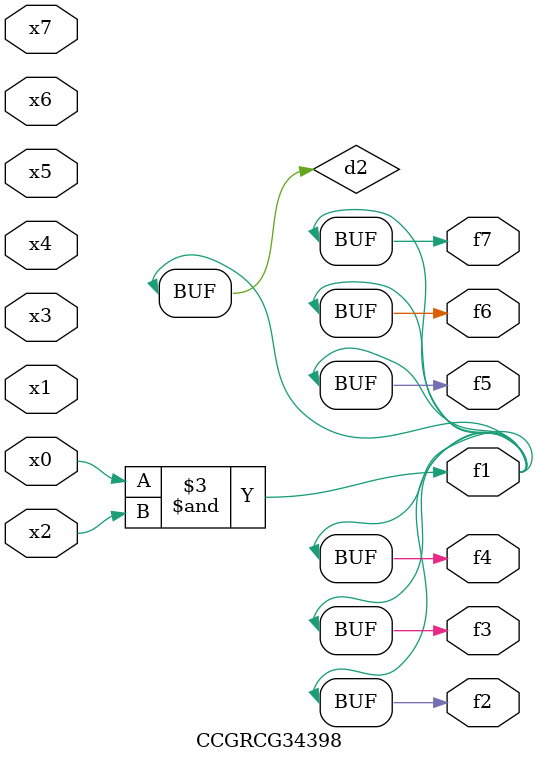
<source format=v>
module CCGRCG34398(
	input x0, x1, x2, x3, x4, x5, x6, x7,
	output f1, f2, f3, f4, f5, f6, f7
);

	wire d1, d2;

	nor (d1, x3, x6);
	and (d2, x0, x2);
	assign f1 = d2;
	assign f2 = d2;
	assign f3 = d2;
	assign f4 = d2;
	assign f5 = d2;
	assign f6 = d2;
	assign f7 = d2;
endmodule

</source>
